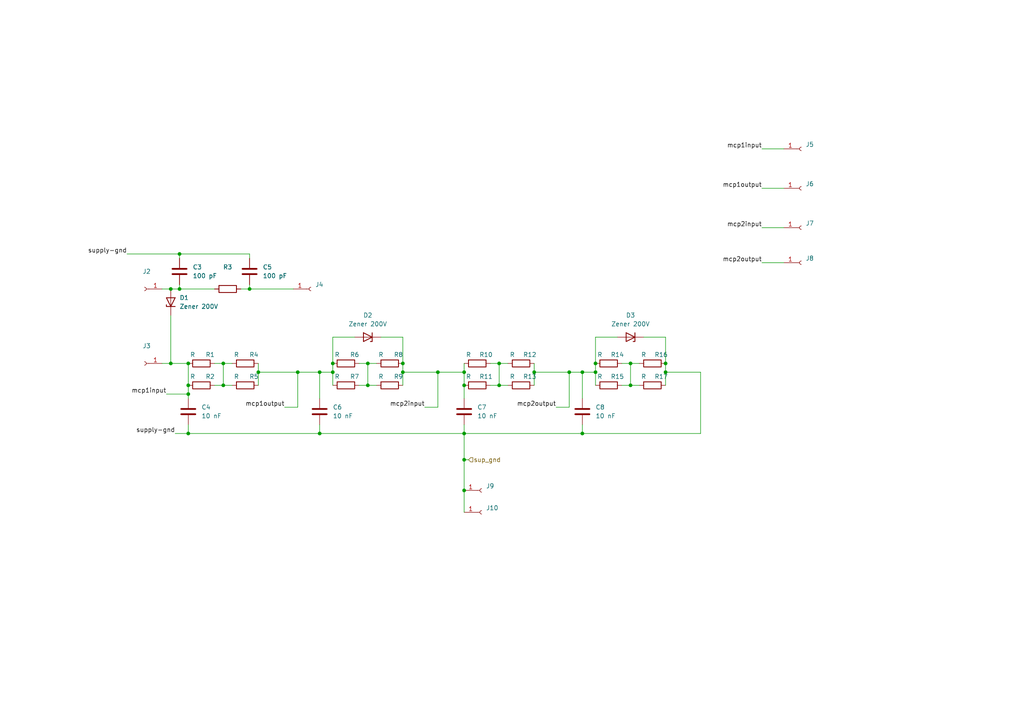
<source format=kicad_sch>
(kicad_sch (version 20211123) (generator eeschema)
  (paper "A4")
  (lib_symbols
    (symbol "Connector:Conn_01x01_Female" (pin_names (offset 1.016) hide)
      (property "Reference" "J" (at 0 2.54 0))
      (property "Value" "Conn_01x01_Female" (at 0 -2.54 0))
      (symbol "Conn_01x01_Female_1_1"
        (polyline (pts (xy -1.27 0) (xy -0.508 0)) (stroke (width 0.1524)))
        (arc (start 0 0.508) (mid -0.508 0) (end 0 -0.508) (stroke (width 0.1524)))
        (pin passive line (at -5.08 0 0) (length 3.81) (name "Pin_1") (number "1"))
      )
    )
    (symbol "Device:C" (pin_numbers hide) (pin_names (offset 0.254))
      (property "Reference" "C" (at 0.635 2.54 0))
      (property "Value" "C" (at 0.635 -2.54 0))
      (symbol "C_0_1"
        (polyline (pts (xy -2.032 -0.762) (xy 2.032 -0.762)) (stroke (width 0.508)))
        (polyline (pts (xy -2.032 0.762) (xy 2.032 0.762)) (stroke (width 0.508)))
      )
      (symbol "C_1_1"
        (pin passive line (at 0 3.81 270) (length 2.794) (name "~") (number "1"))
        (pin passive line (at 0 -3.81 90) (length 2.794) (name "~") (number "2"))
      )
    )
    (symbol "Device:D_Zener" (pin_numbers hide) (pin_names (offset 1.016) hide)
      (property "Reference" "D" (at 0 2.54 0))
      (property "Value" "D_Zener" (at 0 -2.54 0))
      (symbol "D_Zener_0_1"
        (polyline (pts (xy 1.27 0) (xy -1.27 0)))
        (polyline (pts (xy -1.27 -1.27) (xy -1.27 1.27) (xy -0.762 1.27)) (stroke (width 0.254)))
        (polyline (pts (xy 1.27 -1.27) (xy 1.27 1.27) (xy -1.27 0) (xy 1.27 -1.27)) (stroke (width 0.254)))
      )
      (symbol "D_Zener_1_1"
        (pin passive line (at -3.81 0 0) (length 2.54) (name "K") (number "1"))
        (pin passive line (at 3.81 0 180) (length 2.54) (name "A") (number "2"))
      )
    )
    (symbol "Device:R" (pin_numbers hide) (pin_names (offset 0))
      (property "Reference" "R" (at 2.032 0 90))
      (property "Value" "R" (at 0 0 90))
      (symbol "R_0_1"
        (rectangle (start -1.016 -2.54) (end 1.016 2.54) (stroke (width 0.254)))
      )
      (symbol "R_1_1"
        (pin passive line (at 0 3.81 270) (length 1.27) (name "~") (number "1"))
        (pin passive line (at 0 -3.81 90) (length 1.27) (name "~") (number "2"))
      )
    )
  )
  (junction (at 72.39 83.82))
  (junction (at 168.91 125.73))
  (junction (at 144.78 111.76))
  (junction (at 134.62 142.24))
  (junction (at 193.04 105.41))
  (junction (at 52.07 73.66))
  (junction (at 144.78 105.41))
  (junction (at 49.53 105.41))
  (junction (at 165.1 107.95))
  (junction (at 74.93 107.95))
  (junction (at 134.62 133.35))
  (junction (at 54.61 105.41))
  (junction (at 154.94 107.95))
  (junction (at 106.68 105.41))
  (junction (at 64.77 105.41))
  (junction (at 92.71 107.95))
  (junction (at 134.62 111.76))
  (junction (at 134.62 125.73))
  (junction (at 49.53 83.82))
  (junction (at 116.84 107.95))
  (junction (at 182.88 105.41))
  (junction (at 193.04 107.95))
  (junction (at 96.52 105.41))
  (junction (at 86.36 107.95))
  (junction (at 134.62 107.95))
  (junction (at 96.52 107.95))
  (junction (at 54.61 111.76))
  (junction (at 54.61 114.3))
  (junction (at 172.72 107.95))
  (junction (at 92.71 125.73))
  (junction (at 127 107.95))
  (junction (at 106.68 111.76))
  (junction (at 182.88 111.76))
  (junction (at 172.72 105.41))
  (junction (at 64.77 111.76))
  (junction (at 54.61 125.73))
  (junction (at 116.84 105.41))
  (junction (at 52.07 83.82))
  (junction (at 168.91 107.95))
  (wire (pts (xy 154.94 107.95) (xy 165.1 107.95)))
  (wire (pts (xy 74.93 107.95) (xy 74.93 111.76)))
  (wire (pts (xy 186.69 97.79) (xy 193.04 97.79)))
  (wire (pts (xy 193.04 107.95) (xy 193.04 111.76)))
  (wire (pts (xy 144.78 111.76) (xy 147.32 111.76)))
  (wire (pts (xy 134.62 125.73) (xy 134.62 133.35)))
  (wire (pts (xy 64.77 105.41) (xy 67.31 105.41)))
  (wire (pts (xy 106.68 105.41) (xy 106.68 111.76)))
  (wire (pts (xy 46.99 83.82) (xy 49.53 83.82)))
  (wire (pts (xy 62.23 105.41) (xy 64.77 105.41)))
  (wire (pts (xy 50.8 125.73) (xy 54.61 125.73)))
  (wire (pts (xy 182.88 105.41) (xy 185.42 105.41)))
  (wire (pts (xy 144.78 105.41) (xy 147.32 105.41)))
  (wire (pts (xy 116.84 97.79) (xy 116.84 105.41)))
  (wire (pts (xy 96.52 105.41) (xy 96.52 97.79)))
  (wire (pts (xy 142.24 105.41) (xy 144.78 105.41)))
  (wire (pts (xy 116.84 107.95) (xy 127 107.95)))
  (wire (pts (xy 64.77 111.76) (xy 67.31 111.76)))
  (wire (pts (xy 134.62 111.76) (xy 134.62 115.57)))
  (wire (pts (xy 180.34 105.41) (xy 182.88 105.41)))
  (wire (pts (xy 172.72 107.95) (xy 172.72 111.76)))
  (wire (pts (xy 54.61 125.73) (xy 54.61 123.19)))
  (wire (pts (xy 220.98 43.18) (xy 227.33 43.18)))
  (wire (pts (xy 134.62 125.73) (xy 134.62 123.19)))
  (wire (pts (xy 193.04 97.79) (xy 193.04 105.41)))
  (wire (pts (xy 96.52 97.79) (xy 102.87 97.79)))
  (wire (pts (xy 52.07 83.82) (xy 62.23 83.82)))
  (wire (pts (xy 72.39 83.82) (xy 85.09 83.82)))
  (wire (pts (xy 172.72 105.41) (xy 172.72 107.95)))
  (wire (pts (xy 168.91 123.19) (xy 168.91 125.73)))
  (wire (pts (xy 54.61 114.3) (xy 54.61 115.57)))
  (wire (pts (xy 172.72 97.79) (xy 179.07 97.79)))
  (wire (pts (xy 54.61 111.76) (xy 54.61 114.3)))
  (wire (pts (xy 46.99 105.41) (xy 49.53 105.41)))
  (wire (pts (xy 182.88 111.76) (xy 185.42 111.76)))
  (wire (pts (xy 116.84 107.95) (xy 116.84 111.76)))
  (wire (pts (xy 104.14 105.41) (xy 106.68 105.41)))
  (wire (pts (xy 69.85 83.82) (xy 72.39 83.82)))
  (wire (pts (xy 182.88 105.41) (xy 182.88 111.76)))
  (wire (pts (xy 180.34 111.76) (xy 182.88 111.76)))
  (wire (pts (xy 172.72 105.41) (xy 172.72 97.79)))
  (wire (pts (xy 49.53 83.82) (xy 52.07 83.82)))
  (wire (pts (xy 74.93 105.41) (xy 74.93 107.95)))
  (wire (pts (xy 72.39 73.66) (xy 52.07 73.66)))
  (wire (pts (xy 54.61 105.41) (xy 54.61 111.76)))
  (wire (pts (xy 96.52 105.41) (xy 96.52 107.95)))
  (wire (pts (xy 134.62 133.35) (xy 135.89 133.35)))
  (wire (pts (xy 168.91 125.73) (xy 134.62 125.73)))
  (wire (pts (xy 96.52 107.95) (xy 96.52 111.76)))
  (wire (pts (xy 54.61 125.73) (xy 92.71 125.73)))
  (wire (pts (xy 203.2 107.95) (xy 203.2 125.73)))
  (wire (pts (xy 49.53 105.41) (xy 54.61 105.41)))
  (wire (pts (xy 72.39 74.93) (xy 72.39 73.66)))
  (wire (pts (xy 62.23 111.76) (xy 64.77 111.76)))
  (wire (pts (xy 36.83 73.66) (xy 52.07 73.66)))
  (wire (pts (xy 220.98 66.04) (xy 227.33 66.04)))
  (wire (pts (xy 92.71 107.95) (xy 96.52 107.95)))
  (wire (pts (xy 86.36 107.95) (xy 92.71 107.95)))
  (wire (pts (xy 127 107.95) (xy 127 118.11)))
  (wire (pts (xy 64.77 105.41) (xy 64.77 111.76)))
  (wire (pts (xy 72.39 82.55) (xy 72.39 83.82)))
  (wire (pts (xy 168.91 107.95) (xy 172.72 107.95)))
  (wire (pts (xy 127 107.95) (xy 134.62 107.95)))
  (wire (pts (xy 104.14 111.76) (xy 106.68 111.76)))
  (wire (pts (xy 123.19 118.11) (xy 127 118.11)))
  (wire (pts (xy 116.84 105.41) (xy 116.84 107.95)))
  (wire (pts (xy 165.1 118.11) (xy 165.1 107.95)))
  (wire (pts (xy 154.94 105.41) (xy 154.94 107.95)))
  (wire (pts (xy 134.62 133.35) (xy 134.62 142.24)))
  (wire (pts (xy 165.1 107.95) (xy 168.91 107.95)))
  (wire (pts (xy 134.62 142.24) (xy 134.62 148.59)))
  (wire (pts (xy 220.98 54.61) (xy 227.33 54.61)))
  (wire (pts (xy 154.94 107.95) (xy 154.94 111.76)))
  (wire (pts (xy 106.68 105.41) (xy 109.22 105.41)))
  (wire (pts (xy 168.91 115.57) (xy 168.91 107.95)))
  (wire (pts (xy 142.24 111.76) (xy 144.78 111.76)))
  (wire (pts (xy 48.26 114.3) (xy 54.61 114.3)))
  (wire (pts (xy 144.78 105.41) (xy 144.78 111.76)))
  (wire (pts (xy 106.68 111.76) (xy 109.22 111.76)))
  (wire (pts (xy 82.55 118.11) (xy 86.36 118.11)))
  (wire (pts (xy 134.62 107.95) (xy 134.62 111.76)))
  (wire (pts (xy 110.49 97.79) (xy 116.84 97.79)))
  (wire (pts (xy 74.93 107.95) (xy 86.36 107.95)))
  (wire (pts (xy 92.71 123.19) (xy 92.71 125.73)))
  (wire (pts (xy 52.07 82.55) (xy 52.07 83.82)))
  (wire (pts (xy 86.36 107.95) (xy 86.36 118.11)))
  (wire (pts (xy 92.71 107.95) (xy 92.71 115.57)))
  (wire (pts (xy 49.53 91.44) (xy 49.53 105.41)))
  (wire (pts (xy 220.98 76.2) (xy 227.33 76.2)))
  (wire (pts (xy 203.2 125.73) (xy 168.91 125.73)))
  (wire (pts (xy 193.04 107.95) (xy 203.2 107.95)))
  (wire (pts (xy 92.71 125.73) (xy 134.62 125.73)))
  (wire (pts (xy 52.07 74.93) (xy 52.07 73.66)))
  (wire (pts (xy 134.62 105.41) (xy 134.62 107.95)))
  (wire (pts (xy 193.04 105.41) (xy 193.04 107.95)))
  (wire (pts (xy 161.29 118.11) (xy 165.1 118.11)))
  (label "mcp2input" (at 123.19 118.11 180))
  (label "mcp1output" (at 220.98 54.61 180))
  (label "supply-gnd" (at 50.8 125.73 180))
  (label "supply-gnd" (at 36.83 73.66 180))
  (label "mcp2input" (at 220.98 66.04 180))
  (label "mcp2output" (at 161.29 118.11 180))
  (label "mcp1input" (at 220.98 43.18 180))
  (label "mcp2output" (at 220.98 76.2 180))
  (label "mcp1input" (at 48.26 114.3 180))
  (label "mcp1output" (at 82.55 118.11 180))
  (hierarchical_label "sup_gnd" (shape input) (at 135.89 133.35 0))
  (symbol (lib_id "Connector:Conn_01x01_Female") (at 41.91 105.41 180) (unit 1)
    (property "Reference" "J3" (at 42.545 100.33 0))
  )
  (symbol (lib_id "Device:C") (at 54.61 119.38 180) (unit 1)
    (property "Reference" "C4" (at 58.42 118.1099 0) (effects (justify right)))
    (property "Value" "10 nF" (at 58.42 120.6499 0) (effects (justify right)))
    (property "Footprint" "Capacitor_THT:CP_Radial_D8.0mm_P5.00mm" (effects hide))
  )
  (symbol (lib_id "Connector:Conn_01x01_Female") (at 139.7 142.24 0) (unit 1)
    (property "Reference" "J9" (at 140.97 140.9699 0) (effects (justify left)))
    (property "Footprint" "MountingHole:MountingHole_2.2mm_M2_Pad" (effects hide))
  )
  (symbol (lib_id "Connector:Conn_01x01_Female") (at 232.41 66.04 0) (unit 1)
    (property "Reference" "J7" (at 233.68 64.7699 0) (effects (justify left)))
    (property "Footprint" "MountingHole:MountingHole_2.2mm_M2_Pad" (effects hide))
  )
  (symbol (lib_id "Device:D_Zener") (at 49.53 87.63 90) (unit 1)
    (property "Reference" "D1" (at 52.07 86.3599 90) (effects (justify right)))
    (property "Value" "Zener 200V" (at 52.07 88.8999 90) (effects (justify right)))
    (property "Footprint" "Diode_THT:D_A-405_P12.70mm_Horizontal" (effects hide))
  )
  (symbol (lib_id "Connector:Conn_01x01_Female") (at 232.41 76.2 0) (unit 1)
    (property "Reference" "J8" (at 233.68 74.9299 0) (effects (justify left)))
    (property "Footprint" "MountingHole:MountingHole_2.2mm_M2_Pad" (effects hide))
  )
  (symbol (lib_id "Device:R") (at 189.23 111.76 90) (unit 1)
    (property "Reference" "R17" (at 191.77 109.22 90))
    (property "Value" "R" (at 186.69 109.22 90))
    (property "Footprint" "Resistor_THT:R_Axial_DIN0309_L9.0mm_D3.2mm_P12.70mm_Horizontal" (effects hide))
  )
  (symbol (lib_id "Device:R") (at 58.42 111.76 90) (unit 1)
    (property "Reference" "R2" (at 60.96 109.22 90))
    (property "Value" "R" (at 55.88 109.22 90))
    (property "Footprint" "Resistor_THT:R_Axial_DIN0614_L14.3mm_D5.7mm_P20.32mm_Horizontal" (effects hide))
  )
  (symbol (lib_id "Device:R") (at 189.23 105.41 90) (unit 1)
    (property "Reference" "R16" (at 191.77 102.87 90))
    (property "Value" "R" (at 186.69 102.87 90))
    (property "Footprint" "Resistor_THT:R_Axial_DIN0614_L14.3mm_D5.7mm_P20.32mm_Horizontal" (effects hide))
  )
  (symbol (lib_id "Device:R") (at 71.12 105.41 90) (unit 1)
    (property "Reference" "R4" (at 73.66 102.87 90))
    (property "Value" "R" (at 68.58 102.87 90))
    (property "Footprint" "Resistor_THT:R_Axial_DIN0614_L14.3mm_D5.7mm_P20.32mm_Horizontal" (effects hide))
  )
  (symbol (lib_id "Device:D_Zener") (at 106.68 97.79 180) (unit 1)
    (property "Reference" "D2" (at 106.68 91.44 0))
    (property "Value" "Zener 200V" (at 106.68 93.98 0))
    (property "Footprint" "Diode_THT:D_A-405_P12.70mm_Horizontal" (effects hide))
  )
  (symbol (lib_id "Device:R") (at 176.53 105.41 90) (unit 1)
    (property "Reference" "R14" (at 179.07 102.87 90))
    (property "Value" "R" (at 173.99 102.87 90))
    (property "Footprint" "Resistor_THT:R_Axial_DIN0614_L14.3mm_D5.7mm_P20.32mm_Horizontal" (effects hide))
  )
  (symbol (lib_id "Device:R") (at 100.33 105.41 90) (unit 1)
    (property "Reference" "R6" (at 102.87 102.87 90))
    (property "Value" "R" (at 97.79 102.87 90))
    (property "Footprint" "Resistor_THT:R_Axial_DIN0614_L14.3mm_D5.7mm_P20.32mm_Horizontal" (effects hide))
  )
  (symbol (lib_id "Device:R") (at 151.13 111.76 90) (unit 1)
    (property "Reference" "R13" (at 153.67 109.22 90))
    (property "Value" "R" (at 148.59 109.22 90))
    (property "Footprint" "Resistor_THT:R_Axial_DIN0309_L9.0mm_D3.2mm_P12.70mm_Horizontal" (effects hide))
  )
  (symbol (lib_id "Device:R") (at 176.53 111.76 90) (unit 1)
    (property "Reference" "R15" (at 179.07 109.22 90))
    (property "Value" "R" (at 173.99 109.22 90))
    (property "Footprint" "Resistor_THT:R_Axial_DIN0614_L14.3mm_D5.7mm_P20.32mm_Horizontal" (effects hide))
  )
  (symbol (lib_id "Device:R") (at 113.03 105.41 90) (unit 1)
    (property "Reference" "R8" (at 115.57 102.87 90))
    (property "Value" "R" (at 110.49 102.87 90))
    (property "Footprint" "Resistor_THT:R_Axial_DIN0614_L14.3mm_D5.7mm_P20.32mm_Horizontal" (effects hide))
  )
  (symbol (lib_id "Connector:Conn_01x01_Female") (at 41.91 83.82 180) (unit 1)
    (property "Reference" "J2" (at 42.545 78.74 0))
    (property "Footprint" "MountingHole:MountingHole_2.2mm_M2_Pad" (effects hide))
  )
  (symbol (lib_id "Device:R") (at 138.43 105.41 90) (unit 1)
    (property "Reference" "R10" (at 140.97 102.87 90))
    (property "Value" "R" (at 135.89 102.87 90))
    (property "Footprint" "Resistor_THT:R_Axial_DIN0614_L14.3mm_D5.7mm_P20.32mm_Horizontal" (effects hide))
  )
  (symbol (lib_id "Connector:Conn_01x01_Female") (at 232.41 43.18 0) (unit 1)
    (property "Reference" "J5" (at 233.68 41.9099 0) (effects (justify left)))
    (property "Footprint" "MountingHole:MountingHole_2.2mm_M2_Pad" (effects hide))
  )
  (symbol (lib_id "Device:R") (at 71.12 111.76 90) (unit 1)
    (property "Reference" "R5" (at 73.66 109.22 90))
    (property "Value" "R" (at 68.58 109.22 90))
    (property "Footprint" "Resistor_THT:R_Axial_DIN0309_L9.0mm_D3.2mm_P12.70mm_Horizontal" (effects hide))
  )
  (symbol (lib_id "Device:C") (at 134.62 119.38 180) (unit 1)
    (property "Reference" "C7" (at 138.43 118.1099 0) (effects (justify right)))
    (property "Value" "10 nF" (at 138.43 120.6499 0) (effects (justify right)))
    (property "Footprint" "Capacitor_THT:CP_Radial_D8.0mm_P5.00mm" (effects hide))
  )
  (symbol (lib_id "Device:R") (at 151.13 105.41 90) (unit 1)
    (property "Reference" "R12" (at 153.67 102.87 90))
    (property "Value" "R" (at 148.59 102.87 90))
    (property "Footprint" "Resistor_THT:R_Axial_DIN0614_L14.3mm_D5.7mm_P20.32mm_Horizontal" (effects hide))
  )
  (symbol (lib_id "Connector:Conn_01x01_Female") (at 90.17 83.82 0) (unit 1)
    (property "Reference" "J4" (at 91.44 82.5499 0) (effects (justify left)))
    (property "Footprint" "MountingHole:MountingHole_2.2mm_M2_Pad" (effects hide))
  )
  (symbol (lib_id "Device:C") (at 52.07 78.74 0) (unit 1)
    (property "Reference" "C3" (at 55.88 77.4699 0) (effects (justify left)))
    (property "Value" "100 pF" (at 55.88 80.0099 0) (effects (justify left)))
    (property "Footprint" "Capacitor_THT:CP_Radial_D8.0mm_P5.00mm" (effects hide))
  )
  (symbol (lib_id "Device:R") (at 138.43 111.76 90) (unit 1)
    (property "Reference" "R11" (at 140.97 109.22 90))
    (property "Value" "R" (at 135.89 109.22 90))
    (property "Footprint" "Resistor_THT:R_Axial_DIN0614_L14.3mm_D5.7mm_P20.32mm_Horizontal" (effects hide))
  )
  (symbol (lib_id "Device:C") (at 72.39 78.74 0) (unit 1)
    (property "Reference" "C5" (at 76.2 77.4699 0) (effects (justify left)))
    (property "Value" "100 pF" (at 76.2 80.0099 0) (effects (justify left)))
    (property "Footprint" "Capacitor_THT:CP_Radial_D8.0mm_P5.00mm" (effects hide))
  )
  (symbol (lib_id "Device:R") (at 100.33 111.76 90) (unit 1)
    (property "Reference" "R7" (at 102.87 109.22 90))
    (property "Value" "R" (at 97.79 109.22 90))
    (property "Footprint" "Resistor_THT:R_Axial_DIN0614_L14.3mm_D5.7mm_P20.32mm_Horizontal" (effects hide))
  )
  (symbol (lib_id "Device:C") (at 92.71 119.38 180) (unit 1)
    (property "Reference" "C6" (at 96.52 118.1099 0) (effects (justify right)))
    (property "Value" "10 nF" (at 96.52 120.6499 0) (effects (justify right)))
    (property "Footprint" "Capacitor_THT:CP_Radial_D8.0mm_P5.00mm" (effects hide))
  )
  (symbol (lib_id "Connector:Conn_01x01_Female") (at 232.41 54.61 0) (unit 1)
    (property "Reference" "J6" (at 233.68 53.3399 0) (effects (justify left)))
    (property "Footprint" "MountingHole:MountingHole_2.2mm_M2_Pad" (effects hide))
  )
  (symbol (lib_id "Device:R") (at 66.04 83.82 90) (unit 1)
    (property "Reference" "R3" (at 66.04 77.47 90))
  )
  (symbol (lib_id "Device:D_Zener") (at 182.88 97.79 180) (unit 1)
    (property "Reference" "D3" (at 182.88 91.44 0))
    (property "Value" "Zener 200V" (at 182.88 93.98 0))
    (property "Footprint" "Diode_THT:D_A-405_P12.70mm_Horizontal" (effects hide))
  )
  (symbol (lib_id "Device:R") (at 113.03 111.76 90) (unit 1)
    (property "Reference" "R9" (at 115.57 109.22 90))
    (property "Value" "R" (at 110.49 109.22 90))
    (property "Footprint" "Resistor_THT:R_Axial_DIN0309_L9.0mm_D3.2mm_P12.70mm_Horizontal" (effects hide))
  )
  (symbol (lib_id "Device:R") (at 58.42 105.41 90) (unit 1)
    (property "Reference" "R1" (at 60.96 102.87 90))
    (property "Value" "R" (at 55.88 102.87 90))
    (property "Footprint" "Resistor_THT:R_Axial_DIN0614_L14.3mm_D5.7mm_P20.32mm_Horizontal" (effects hide))
  )
  (symbol (lib_id "Connector:Conn_01x01_Female") (at 139.7 148.59 0) (unit 1)
    (property "Reference" "J10" (at 140.97 147.3199 0) (effects (justify left)))
    (property "Footprint" "MountingHole:MountingHole_2.2mm_M2_Pad" (effects hide))
  )
  (symbol (lib_id "Device:C") (at 168.91 119.38 180) (unit 1)
    (property "Reference" "C8" (at 172.72 118.1099 0) (effects (justify right)))
    (property "Value" "10 nF" (at 172.72 120.6499 0) (effects (justify right)))
    (property "Footprint" "Capacitor_THT:CP_Radial_D8.0mm_P5.00mm" (effects hide))
  )
)
</source>
